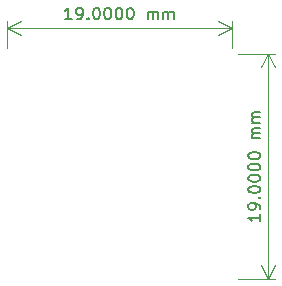
<source format=gbr>
%TF.GenerationSoftware,KiCad,Pcbnew,8.0.1*%
%TF.CreationDate,2024-05-12T21:11:43+05:30*%
%TF.ProjectId,PBSEQ-D2,50425345-512d-4443-922e-6b696361645f,0.1*%
%TF.SameCoordinates,Original*%
%TF.FileFunction,OtherDrawing,Comment*%
%FSLAX46Y46*%
G04 Gerber Fmt 4.6, Leading zero omitted, Abs format (unit mm)*
G04 Created by KiCad (PCBNEW 8.0.1) date 2024-05-12 21:11:43*
%MOMM*%
%LPD*%
G01*
G04 APERTURE LIST*
%ADD10C,0.150000*%
%ADD11C,0.100000*%
G04 APERTURE END LIST*
D10*
X135507381Y-88349819D02*
X134935953Y-88349819D01*
X135221667Y-88349819D02*
X135221667Y-87349819D01*
X135221667Y-87349819D02*
X135126429Y-87492676D01*
X135126429Y-87492676D02*
X135031191Y-87587914D01*
X135031191Y-87587914D02*
X134935953Y-87635533D01*
X135983572Y-88349819D02*
X136174048Y-88349819D01*
X136174048Y-88349819D02*
X136269286Y-88302200D01*
X136269286Y-88302200D02*
X136316905Y-88254580D01*
X136316905Y-88254580D02*
X136412143Y-88111723D01*
X136412143Y-88111723D02*
X136459762Y-87921247D01*
X136459762Y-87921247D02*
X136459762Y-87540295D01*
X136459762Y-87540295D02*
X136412143Y-87445057D01*
X136412143Y-87445057D02*
X136364524Y-87397438D01*
X136364524Y-87397438D02*
X136269286Y-87349819D01*
X136269286Y-87349819D02*
X136078810Y-87349819D01*
X136078810Y-87349819D02*
X135983572Y-87397438D01*
X135983572Y-87397438D02*
X135935953Y-87445057D01*
X135935953Y-87445057D02*
X135888334Y-87540295D01*
X135888334Y-87540295D02*
X135888334Y-87778390D01*
X135888334Y-87778390D02*
X135935953Y-87873628D01*
X135935953Y-87873628D02*
X135983572Y-87921247D01*
X135983572Y-87921247D02*
X136078810Y-87968866D01*
X136078810Y-87968866D02*
X136269286Y-87968866D01*
X136269286Y-87968866D02*
X136364524Y-87921247D01*
X136364524Y-87921247D02*
X136412143Y-87873628D01*
X136412143Y-87873628D02*
X136459762Y-87778390D01*
X136888334Y-88254580D02*
X136935953Y-88302200D01*
X136935953Y-88302200D02*
X136888334Y-88349819D01*
X136888334Y-88349819D02*
X136840715Y-88302200D01*
X136840715Y-88302200D02*
X136888334Y-88254580D01*
X136888334Y-88254580D02*
X136888334Y-88349819D01*
X137555000Y-87349819D02*
X137650238Y-87349819D01*
X137650238Y-87349819D02*
X137745476Y-87397438D01*
X137745476Y-87397438D02*
X137793095Y-87445057D01*
X137793095Y-87445057D02*
X137840714Y-87540295D01*
X137840714Y-87540295D02*
X137888333Y-87730771D01*
X137888333Y-87730771D02*
X137888333Y-87968866D01*
X137888333Y-87968866D02*
X137840714Y-88159342D01*
X137840714Y-88159342D02*
X137793095Y-88254580D01*
X137793095Y-88254580D02*
X137745476Y-88302200D01*
X137745476Y-88302200D02*
X137650238Y-88349819D01*
X137650238Y-88349819D02*
X137555000Y-88349819D01*
X137555000Y-88349819D02*
X137459762Y-88302200D01*
X137459762Y-88302200D02*
X137412143Y-88254580D01*
X137412143Y-88254580D02*
X137364524Y-88159342D01*
X137364524Y-88159342D02*
X137316905Y-87968866D01*
X137316905Y-87968866D02*
X137316905Y-87730771D01*
X137316905Y-87730771D02*
X137364524Y-87540295D01*
X137364524Y-87540295D02*
X137412143Y-87445057D01*
X137412143Y-87445057D02*
X137459762Y-87397438D01*
X137459762Y-87397438D02*
X137555000Y-87349819D01*
X138507381Y-87349819D02*
X138602619Y-87349819D01*
X138602619Y-87349819D02*
X138697857Y-87397438D01*
X138697857Y-87397438D02*
X138745476Y-87445057D01*
X138745476Y-87445057D02*
X138793095Y-87540295D01*
X138793095Y-87540295D02*
X138840714Y-87730771D01*
X138840714Y-87730771D02*
X138840714Y-87968866D01*
X138840714Y-87968866D02*
X138793095Y-88159342D01*
X138793095Y-88159342D02*
X138745476Y-88254580D01*
X138745476Y-88254580D02*
X138697857Y-88302200D01*
X138697857Y-88302200D02*
X138602619Y-88349819D01*
X138602619Y-88349819D02*
X138507381Y-88349819D01*
X138507381Y-88349819D02*
X138412143Y-88302200D01*
X138412143Y-88302200D02*
X138364524Y-88254580D01*
X138364524Y-88254580D02*
X138316905Y-88159342D01*
X138316905Y-88159342D02*
X138269286Y-87968866D01*
X138269286Y-87968866D02*
X138269286Y-87730771D01*
X138269286Y-87730771D02*
X138316905Y-87540295D01*
X138316905Y-87540295D02*
X138364524Y-87445057D01*
X138364524Y-87445057D02*
X138412143Y-87397438D01*
X138412143Y-87397438D02*
X138507381Y-87349819D01*
X139459762Y-87349819D02*
X139555000Y-87349819D01*
X139555000Y-87349819D02*
X139650238Y-87397438D01*
X139650238Y-87397438D02*
X139697857Y-87445057D01*
X139697857Y-87445057D02*
X139745476Y-87540295D01*
X139745476Y-87540295D02*
X139793095Y-87730771D01*
X139793095Y-87730771D02*
X139793095Y-87968866D01*
X139793095Y-87968866D02*
X139745476Y-88159342D01*
X139745476Y-88159342D02*
X139697857Y-88254580D01*
X139697857Y-88254580D02*
X139650238Y-88302200D01*
X139650238Y-88302200D02*
X139555000Y-88349819D01*
X139555000Y-88349819D02*
X139459762Y-88349819D01*
X139459762Y-88349819D02*
X139364524Y-88302200D01*
X139364524Y-88302200D02*
X139316905Y-88254580D01*
X139316905Y-88254580D02*
X139269286Y-88159342D01*
X139269286Y-88159342D02*
X139221667Y-87968866D01*
X139221667Y-87968866D02*
X139221667Y-87730771D01*
X139221667Y-87730771D02*
X139269286Y-87540295D01*
X139269286Y-87540295D02*
X139316905Y-87445057D01*
X139316905Y-87445057D02*
X139364524Y-87397438D01*
X139364524Y-87397438D02*
X139459762Y-87349819D01*
X140412143Y-87349819D02*
X140507381Y-87349819D01*
X140507381Y-87349819D02*
X140602619Y-87397438D01*
X140602619Y-87397438D02*
X140650238Y-87445057D01*
X140650238Y-87445057D02*
X140697857Y-87540295D01*
X140697857Y-87540295D02*
X140745476Y-87730771D01*
X140745476Y-87730771D02*
X140745476Y-87968866D01*
X140745476Y-87968866D02*
X140697857Y-88159342D01*
X140697857Y-88159342D02*
X140650238Y-88254580D01*
X140650238Y-88254580D02*
X140602619Y-88302200D01*
X140602619Y-88302200D02*
X140507381Y-88349819D01*
X140507381Y-88349819D02*
X140412143Y-88349819D01*
X140412143Y-88349819D02*
X140316905Y-88302200D01*
X140316905Y-88302200D02*
X140269286Y-88254580D01*
X140269286Y-88254580D02*
X140221667Y-88159342D01*
X140221667Y-88159342D02*
X140174048Y-87968866D01*
X140174048Y-87968866D02*
X140174048Y-87730771D01*
X140174048Y-87730771D02*
X140221667Y-87540295D01*
X140221667Y-87540295D02*
X140269286Y-87445057D01*
X140269286Y-87445057D02*
X140316905Y-87397438D01*
X140316905Y-87397438D02*
X140412143Y-87349819D01*
X141935953Y-88349819D02*
X141935953Y-87683152D01*
X141935953Y-87778390D02*
X141983572Y-87730771D01*
X141983572Y-87730771D02*
X142078810Y-87683152D01*
X142078810Y-87683152D02*
X142221667Y-87683152D01*
X142221667Y-87683152D02*
X142316905Y-87730771D01*
X142316905Y-87730771D02*
X142364524Y-87826009D01*
X142364524Y-87826009D02*
X142364524Y-88349819D01*
X142364524Y-87826009D02*
X142412143Y-87730771D01*
X142412143Y-87730771D02*
X142507381Y-87683152D01*
X142507381Y-87683152D02*
X142650238Y-87683152D01*
X142650238Y-87683152D02*
X142745477Y-87730771D01*
X142745477Y-87730771D02*
X142793096Y-87826009D01*
X142793096Y-87826009D02*
X142793096Y-88349819D01*
X143269286Y-88349819D02*
X143269286Y-87683152D01*
X143269286Y-87778390D02*
X143316905Y-87730771D01*
X143316905Y-87730771D02*
X143412143Y-87683152D01*
X143412143Y-87683152D02*
X143555000Y-87683152D01*
X143555000Y-87683152D02*
X143650238Y-87730771D01*
X143650238Y-87730771D02*
X143697857Y-87826009D01*
X143697857Y-87826009D02*
X143697857Y-88349819D01*
X143697857Y-87826009D02*
X143745476Y-87730771D01*
X143745476Y-87730771D02*
X143840714Y-87683152D01*
X143840714Y-87683152D02*
X143983571Y-87683152D01*
X143983571Y-87683152D02*
X144078810Y-87730771D01*
X144078810Y-87730771D02*
X144126429Y-87826009D01*
X144126429Y-87826009D02*
X144126429Y-88349819D01*
D11*
X130055000Y-90795000D02*
X130055000Y-88458580D01*
X149055000Y-90795000D02*
X149055000Y-88458580D01*
X130055000Y-89045000D02*
X149055000Y-89045000D01*
X130055000Y-89045000D02*
X149055000Y-89045000D01*
X130055000Y-89045000D02*
X131181504Y-88458579D01*
X130055000Y-89045000D02*
X131181504Y-89631421D01*
X149055000Y-89045000D02*
X147928496Y-89631421D01*
X149055000Y-89045000D02*
X147928496Y-88458579D01*
D10*
X151459819Y-104842618D02*
X151459819Y-105414046D01*
X151459819Y-105128332D02*
X150459819Y-105128332D01*
X150459819Y-105128332D02*
X150602676Y-105223570D01*
X150602676Y-105223570D02*
X150697914Y-105318808D01*
X150697914Y-105318808D02*
X150745533Y-105414046D01*
X151459819Y-104366427D02*
X151459819Y-104175951D01*
X151459819Y-104175951D02*
X151412200Y-104080713D01*
X151412200Y-104080713D02*
X151364580Y-104033094D01*
X151364580Y-104033094D02*
X151221723Y-103937856D01*
X151221723Y-103937856D02*
X151031247Y-103890237D01*
X151031247Y-103890237D02*
X150650295Y-103890237D01*
X150650295Y-103890237D02*
X150555057Y-103937856D01*
X150555057Y-103937856D02*
X150507438Y-103985475D01*
X150507438Y-103985475D02*
X150459819Y-104080713D01*
X150459819Y-104080713D02*
X150459819Y-104271189D01*
X150459819Y-104271189D02*
X150507438Y-104366427D01*
X150507438Y-104366427D02*
X150555057Y-104414046D01*
X150555057Y-104414046D02*
X150650295Y-104461665D01*
X150650295Y-104461665D02*
X150888390Y-104461665D01*
X150888390Y-104461665D02*
X150983628Y-104414046D01*
X150983628Y-104414046D02*
X151031247Y-104366427D01*
X151031247Y-104366427D02*
X151078866Y-104271189D01*
X151078866Y-104271189D02*
X151078866Y-104080713D01*
X151078866Y-104080713D02*
X151031247Y-103985475D01*
X151031247Y-103985475D02*
X150983628Y-103937856D01*
X150983628Y-103937856D02*
X150888390Y-103890237D01*
X151364580Y-103461665D02*
X151412200Y-103414046D01*
X151412200Y-103414046D02*
X151459819Y-103461665D01*
X151459819Y-103461665D02*
X151412200Y-103509284D01*
X151412200Y-103509284D02*
X151364580Y-103461665D01*
X151364580Y-103461665D02*
X151459819Y-103461665D01*
X150459819Y-102794999D02*
X150459819Y-102699761D01*
X150459819Y-102699761D02*
X150507438Y-102604523D01*
X150507438Y-102604523D02*
X150555057Y-102556904D01*
X150555057Y-102556904D02*
X150650295Y-102509285D01*
X150650295Y-102509285D02*
X150840771Y-102461666D01*
X150840771Y-102461666D02*
X151078866Y-102461666D01*
X151078866Y-102461666D02*
X151269342Y-102509285D01*
X151269342Y-102509285D02*
X151364580Y-102556904D01*
X151364580Y-102556904D02*
X151412200Y-102604523D01*
X151412200Y-102604523D02*
X151459819Y-102699761D01*
X151459819Y-102699761D02*
X151459819Y-102794999D01*
X151459819Y-102794999D02*
X151412200Y-102890237D01*
X151412200Y-102890237D02*
X151364580Y-102937856D01*
X151364580Y-102937856D02*
X151269342Y-102985475D01*
X151269342Y-102985475D02*
X151078866Y-103033094D01*
X151078866Y-103033094D02*
X150840771Y-103033094D01*
X150840771Y-103033094D02*
X150650295Y-102985475D01*
X150650295Y-102985475D02*
X150555057Y-102937856D01*
X150555057Y-102937856D02*
X150507438Y-102890237D01*
X150507438Y-102890237D02*
X150459819Y-102794999D01*
X150459819Y-101842618D02*
X150459819Y-101747380D01*
X150459819Y-101747380D02*
X150507438Y-101652142D01*
X150507438Y-101652142D02*
X150555057Y-101604523D01*
X150555057Y-101604523D02*
X150650295Y-101556904D01*
X150650295Y-101556904D02*
X150840771Y-101509285D01*
X150840771Y-101509285D02*
X151078866Y-101509285D01*
X151078866Y-101509285D02*
X151269342Y-101556904D01*
X151269342Y-101556904D02*
X151364580Y-101604523D01*
X151364580Y-101604523D02*
X151412200Y-101652142D01*
X151412200Y-101652142D02*
X151459819Y-101747380D01*
X151459819Y-101747380D02*
X151459819Y-101842618D01*
X151459819Y-101842618D02*
X151412200Y-101937856D01*
X151412200Y-101937856D02*
X151364580Y-101985475D01*
X151364580Y-101985475D02*
X151269342Y-102033094D01*
X151269342Y-102033094D02*
X151078866Y-102080713D01*
X151078866Y-102080713D02*
X150840771Y-102080713D01*
X150840771Y-102080713D02*
X150650295Y-102033094D01*
X150650295Y-102033094D02*
X150555057Y-101985475D01*
X150555057Y-101985475D02*
X150507438Y-101937856D01*
X150507438Y-101937856D02*
X150459819Y-101842618D01*
X150459819Y-100890237D02*
X150459819Y-100794999D01*
X150459819Y-100794999D02*
X150507438Y-100699761D01*
X150507438Y-100699761D02*
X150555057Y-100652142D01*
X150555057Y-100652142D02*
X150650295Y-100604523D01*
X150650295Y-100604523D02*
X150840771Y-100556904D01*
X150840771Y-100556904D02*
X151078866Y-100556904D01*
X151078866Y-100556904D02*
X151269342Y-100604523D01*
X151269342Y-100604523D02*
X151364580Y-100652142D01*
X151364580Y-100652142D02*
X151412200Y-100699761D01*
X151412200Y-100699761D02*
X151459819Y-100794999D01*
X151459819Y-100794999D02*
X151459819Y-100890237D01*
X151459819Y-100890237D02*
X151412200Y-100985475D01*
X151412200Y-100985475D02*
X151364580Y-101033094D01*
X151364580Y-101033094D02*
X151269342Y-101080713D01*
X151269342Y-101080713D02*
X151078866Y-101128332D01*
X151078866Y-101128332D02*
X150840771Y-101128332D01*
X150840771Y-101128332D02*
X150650295Y-101080713D01*
X150650295Y-101080713D02*
X150555057Y-101033094D01*
X150555057Y-101033094D02*
X150507438Y-100985475D01*
X150507438Y-100985475D02*
X150459819Y-100890237D01*
X150459819Y-99937856D02*
X150459819Y-99842618D01*
X150459819Y-99842618D02*
X150507438Y-99747380D01*
X150507438Y-99747380D02*
X150555057Y-99699761D01*
X150555057Y-99699761D02*
X150650295Y-99652142D01*
X150650295Y-99652142D02*
X150840771Y-99604523D01*
X150840771Y-99604523D02*
X151078866Y-99604523D01*
X151078866Y-99604523D02*
X151269342Y-99652142D01*
X151269342Y-99652142D02*
X151364580Y-99699761D01*
X151364580Y-99699761D02*
X151412200Y-99747380D01*
X151412200Y-99747380D02*
X151459819Y-99842618D01*
X151459819Y-99842618D02*
X151459819Y-99937856D01*
X151459819Y-99937856D02*
X151412200Y-100033094D01*
X151412200Y-100033094D02*
X151364580Y-100080713D01*
X151364580Y-100080713D02*
X151269342Y-100128332D01*
X151269342Y-100128332D02*
X151078866Y-100175951D01*
X151078866Y-100175951D02*
X150840771Y-100175951D01*
X150840771Y-100175951D02*
X150650295Y-100128332D01*
X150650295Y-100128332D02*
X150555057Y-100080713D01*
X150555057Y-100080713D02*
X150507438Y-100033094D01*
X150507438Y-100033094D02*
X150459819Y-99937856D01*
X151459819Y-98414046D02*
X150793152Y-98414046D01*
X150888390Y-98414046D02*
X150840771Y-98366427D01*
X150840771Y-98366427D02*
X150793152Y-98271189D01*
X150793152Y-98271189D02*
X150793152Y-98128332D01*
X150793152Y-98128332D02*
X150840771Y-98033094D01*
X150840771Y-98033094D02*
X150936009Y-97985475D01*
X150936009Y-97985475D02*
X151459819Y-97985475D01*
X150936009Y-97985475D02*
X150840771Y-97937856D01*
X150840771Y-97937856D02*
X150793152Y-97842618D01*
X150793152Y-97842618D02*
X150793152Y-97699761D01*
X150793152Y-97699761D02*
X150840771Y-97604522D01*
X150840771Y-97604522D02*
X150936009Y-97556903D01*
X150936009Y-97556903D02*
X151459819Y-97556903D01*
X151459819Y-97080713D02*
X150793152Y-97080713D01*
X150888390Y-97080713D02*
X150840771Y-97033094D01*
X150840771Y-97033094D02*
X150793152Y-96937856D01*
X150793152Y-96937856D02*
X150793152Y-96794999D01*
X150793152Y-96794999D02*
X150840771Y-96699761D01*
X150840771Y-96699761D02*
X150936009Y-96652142D01*
X150936009Y-96652142D02*
X151459819Y-96652142D01*
X150936009Y-96652142D02*
X150840771Y-96604523D01*
X150840771Y-96604523D02*
X150793152Y-96509285D01*
X150793152Y-96509285D02*
X150793152Y-96366428D01*
X150793152Y-96366428D02*
X150840771Y-96271189D01*
X150840771Y-96271189D02*
X150936009Y-96223570D01*
X150936009Y-96223570D02*
X151459819Y-96223570D01*
D11*
X149555000Y-91295000D02*
X152741420Y-91295000D01*
X149555000Y-110295000D02*
X152741420Y-110295000D01*
X152155000Y-91295000D02*
X152155000Y-110295000D01*
X152155000Y-91295000D02*
X152155000Y-110295000D01*
X152155000Y-91295000D02*
X152741421Y-92421504D01*
X152155000Y-91295000D02*
X151568579Y-92421504D01*
X152155000Y-110295000D02*
X151568579Y-109168496D01*
X152155000Y-110295000D02*
X152741421Y-109168496D01*
M02*

</source>
